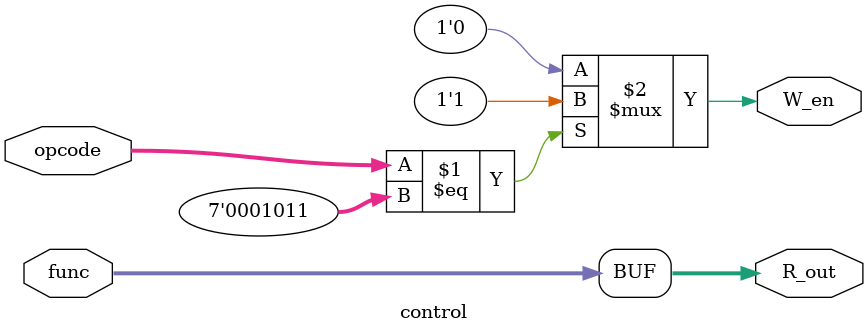
<source format=v>
`timescale 1ns / 1ps

module control (opcode, func, R_out, W_en);
	
	input [6:0] opcode;
	input [1:0] func;
	
	output [1:0] R_out;
	output W_en;
	
	assign R_out = func;
	assign W_en = (opcode == 7'b0001011) ? 1'b1: 1'b0;
	
endmodule

</source>
